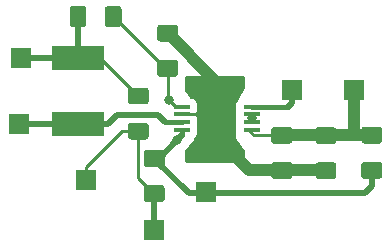
<source format=gbr>
G04 #@! TF.GenerationSoftware,KiCad,Pcbnew,(5.1.0)-1*
G04 #@! TF.CreationDate,2020-01-06T22:37:38-04:00*
G04 #@! TF.ProjectId,main,6d61696e-2e6b-4696-9361-645f70636258,rev?*
G04 #@! TF.SameCoordinates,Original*
G04 #@! TF.FileFunction,Copper,L1,Top*
G04 #@! TF.FilePolarity,Positive*
%FSLAX46Y46*%
G04 Gerber Fmt 4.6, Leading zero omitted, Abs format (unit mm)*
G04 Created by KiCad (PCBNEW (5.1.0)-1) date 2020-01-06 22:37:38*
%MOMM*%
%LPD*%
G04 APERTURE LIST*
%ADD10R,1.450000X0.450000*%
%ADD11C,0.100000*%
%ADD12C,1.425000*%
%ADD13R,1.700000X1.700000*%
%ADD14R,4.500000X2.000000*%
%ADD15C,0.800000*%
%ADD16C,0.250000*%
%ADD17C,0.500000*%
%ADD18C,1.000000*%
%ADD19C,0.400000*%
%ADD20C,0.254000*%
G04 APERTURE END LIST*
D10*
X143252400Y-76012400D03*
X143252400Y-76662400D03*
X143252400Y-77312400D03*
X143252400Y-77962400D03*
X149152400Y-77962400D03*
X149152400Y-77312400D03*
X149152400Y-76662400D03*
X149152400Y-76012400D03*
D11*
G36*
X140197104Y-74393304D02*
G01*
X140221373Y-74396904D01*
X140245171Y-74402865D01*
X140268271Y-74411130D01*
X140290449Y-74421620D01*
X140311493Y-74434233D01*
X140331198Y-74448847D01*
X140349377Y-74465323D01*
X140365853Y-74483502D01*
X140380467Y-74503207D01*
X140393080Y-74524251D01*
X140403570Y-74546429D01*
X140411835Y-74569529D01*
X140417796Y-74593327D01*
X140421396Y-74617596D01*
X140422600Y-74642100D01*
X140422600Y-75567100D01*
X140421396Y-75591604D01*
X140417796Y-75615873D01*
X140411835Y-75639671D01*
X140403570Y-75662771D01*
X140393080Y-75684949D01*
X140380467Y-75705993D01*
X140365853Y-75725698D01*
X140349377Y-75743877D01*
X140331198Y-75760353D01*
X140311493Y-75774967D01*
X140290449Y-75787580D01*
X140268271Y-75798070D01*
X140245171Y-75806335D01*
X140221373Y-75812296D01*
X140197104Y-75815896D01*
X140172600Y-75817100D01*
X138922600Y-75817100D01*
X138898096Y-75815896D01*
X138873827Y-75812296D01*
X138850029Y-75806335D01*
X138826929Y-75798070D01*
X138804751Y-75787580D01*
X138783707Y-75774967D01*
X138764002Y-75760353D01*
X138745823Y-75743877D01*
X138729347Y-75725698D01*
X138714733Y-75705993D01*
X138702120Y-75684949D01*
X138691630Y-75662771D01*
X138683365Y-75639671D01*
X138677404Y-75615873D01*
X138673804Y-75591604D01*
X138672600Y-75567100D01*
X138672600Y-74642100D01*
X138673804Y-74617596D01*
X138677404Y-74593327D01*
X138683365Y-74569529D01*
X138691630Y-74546429D01*
X138702120Y-74524251D01*
X138714733Y-74503207D01*
X138729347Y-74483502D01*
X138745823Y-74465323D01*
X138764002Y-74448847D01*
X138783707Y-74434233D01*
X138804751Y-74421620D01*
X138826929Y-74411130D01*
X138850029Y-74402865D01*
X138873827Y-74396904D01*
X138898096Y-74393304D01*
X138922600Y-74392100D01*
X140172600Y-74392100D01*
X140197104Y-74393304D01*
X140197104Y-74393304D01*
G37*
D12*
X139547600Y-75104600D03*
D11*
G36*
X140197104Y-77368304D02*
G01*
X140221373Y-77371904D01*
X140245171Y-77377865D01*
X140268271Y-77386130D01*
X140290449Y-77396620D01*
X140311493Y-77409233D01*
X140331198Y-77423847D01*
X140349377Y-77440323D01*
X140365853Y-77458502D01*
X140380467Y-77478207D01*
X140393080Y-77499251D01*
X140403570Y-77521429D01*
X140411835Y-77544529D01*
X140417796Y-77568327D01*
X140421396Y-77592596D01*
X140422600Y-77617100D01*
X140422600Y-78542100D01*
X140421396Y-78566604D01*
X140417796Y-78590873D01*
X140411835Y-78614671D01*
X140403570Y-78637771D01*
X140393080Y-78659949D01*
X140380467Y-78680993D01*
X140365853Y-78700698D01*
X140349377Y-78718877D01*
X140331198Y-78735353D01*
X140311493Y-78749967D01*
X140290449Y-78762580D01*
X140268271Y-78773070D01*
X140245171Y-78781335D01*
X140221373Y-78787296D01*
X140197104Y-78790896D01*
X140172600Y-78792100D01*
X138922600Y-78792100D01*
X138898096Y-78790896D01*
X138873827Y-78787296D01*
X138850029Y-78781335D01*
X138826929Y-78773070D01*
X138804751Y-78762580D01*
X138783707Y-78749967D01*
X138764002Y-78735353D01*
X138745823Y-78718877D01*
X138729347Y-78700698D01*
X138714733Y-78680993D01*
X138702120Y-78659949D01*
X138691630Y-78637771D01*
X138683365Y-78614671D01*
X138677404Y-78590873D01*
X138673804Y-78566604D01*
X138672600Y-78542100D01*
X138672600Y-77617100D01*
X138673804Y-77592596D01*
X138677404Y-77568327D01*
X138683365Y-77544529D01*
X138691630Y-77521429D01*
X138702120Y-77499251D01*
X138714733Y-77478207D01*
X138729347Y-77458502D01*
X138745823Y-77440323D01*
X138764002Y-77423847D01*
X138783707Y-77409233D01*
X138804751Y-77396620D01*
X138826929Y-77386130D01*
X138850029Y-77377865D01*
X138873827Y-77371904D01*
X138898096Y-77368304D01*
X138922600Y-77367100D01*
X140172600Y-77367100D01*
X140197104Y-77368304D01*
X140197104Y-77368304D01*
G37*
D12*
X139547600Y-78079600D03*
D11*
G36*
X142686304Y-69073604D02*
G01*
X142710573Y-69077204D01*
X142734371Y-69083165D01*
X142757471Y-69091430D01*
X142779649Y-69101920D01*
X142800693Y-69114533D01*
X142820398Y-69129147D01*
X142838577Y-69145623D01*
X142855053Y-69163802D01*
X142869667Y-69183507D01*
X142882280Y-69204551D01*
X142892770Y-69226729D01*
X142901035Y-69249829D01*
X142906996Y-69273627D01*
X142910596Y-69297896D01*
X142911800Y-69322400D01*
X142911800Y-70247400D01*
X142910596Y-70271904D01*
X142906996Y-70296173D01*
X142901035Y-70319971D01*
X142892770Y-70343071D01*
X142882280Y-70365249D01*
X142869667Y-70386293D01*
X142855053Y-70405998D01*
X142838577Y-70424177D01*
X142820398Y-70440653D01*
X142800693Y-70455267D01*
X142779649Y-70467880D01*
X142757471Y-70478370D01*
X142734371Y-70486635D01*
X142710573Y-70492596D01*
X142686304Y-70496196D01*
X142661800Y-70497400D01*
X141411800Y-70497400D01*
X141387296Y-70496196D01*
X141363027Y-70492596D01*
X141339229Y-70486635D01*
X141316129Y-70478370D01*
X141293951Y-70467880D01*
X141272907Y-70455267D01*
X141253202Y-70440653D01*
X141235023Y-70424177D01*
X141218547Y-70405998D01*
X141203933Y-70386293D01*
X141191320Y-70365249D01*
X141180830Y-70343071D01*
X141172565Y-70319971D01*
X141166604Y-70296173D01*
X141163004Y-70271904D01*
X141161800Y-70247400D01*
X141161800Y-69322400D01*
X141163004Y-69297896D01*
X141166604Y-69273627D01*
X141172565Y-69249829D01*
X141180830Y-69226729D01*
X141191320Y-69204551D01*
X141203933Y-69183507D01*
X141218547Y-69163802D01*
X141235023Y-69145623D01*
X141253202Y-69129147D01*
X141272907Y-69114533D01*
X141293951Y-69101920D01*
X141316129Y-69091430D01*
X141339229Y-69083165D01*
X141363027Y-69077204D01*
X141387296Y-69073604D01*
X141411800Y-69072400D01*
X142661800Y-69072400D01*
X142686304Y-69073604D01*
X142686304Y-69073604D01*
G37*
D12*
X142036800Y-69784900D03*
D11*
G36*
X142686304Y-72048604D02*
G01*
X142710573Y-72052204D01*
X142734371Y-72058165D01*
X142757471Y-72066430D01*
X142779649Y-72076920D01*
X142800693Y-72089533D01*
X142820398Y-72104147D01*
X142838577Y-72120623D01*
X142855053Y-72138802D01*
X142869667Y-72158507D01*
X142882280Y-72179551D01*
X142892770Y-72201729D01*
X142901035Y-72224829D01*
X142906996Y-72248627D01*
X142910596Y-72272896D01*
X142911800Y-72297400D01*
X142911800Y-73222400D01*
X142910596Y-73246904D01*
X142906996Y-73271173D01*
X142901035Y-73294971D01*
X142892770Y-73318071D01*
X142882280Y-73340249D01*
X142869667Y-73361293D01*
X142855053Y-73380998D01*
X142838577Y-73399177D01*
X142820398Y-73415653D01*
X142800693Y-73430267D01*
X142779649Y-73442880D01*
X142757471Y-73453370D01*
X142734371Y-73461635D01*
X142710573Y-73467596D01*
X142686304Y-73471196D01*
X142661800Y-73472400D01*
X141411800Y-73472400D01*
X141387296Y-73471196D01*
X141363027Y-73467596D01*
X141339229Y-73461635D01*
X141316129Y-73453370D01*
X141293951Y-73442880D01*
X141272907Y-73430267D01*
X141253202Y-73415653D01*
X141235023Y-73399177D01*
X141218547Y-73380998D01*
X141203933Y-73361293D01*
X141191320Y-73340249D01*
X141180830Y-73318071D01*
X141172565Y-73294971D01*
X141166604Y-73271173D01*
X141163004Y-73246904D01*
X141161800Y-73222400D01*
X141161800Y-72297400D01*
X141163004Y-72272896D01*
X141166604Y-72248627D01*
X141172565Y-72224829D01*
X141180830Y-72201729D01*
X141191320Y-72179551D01*
X141203933Y-72158507D01*
X141218547Y-72138802D01*
X141235023Y-72120623D01*
X141253202Y-72104147D01*
X141272907Y-72089533D01*
X141293951Y-72076920D01*
X141316129Y-72066430D01*
X141339229Y-72058165D01*
X141363027Y-72052204D01*
X141387296Y-72048604D01*
X141411800Y-72047400D01*
X142661800Y-72047400D01*
X142686304Y-72048604D01*
X142686304Y-72048604D01*
G37*
D12*
X142036800Y-72759900D03*
D11*
G36*
X152351004Y-80695704D02*
G01*
X152375273Y-80699304D01*
X152399071Y-80705265D01*
X152422171Y-80713530D01*
X152444349Y-80724020D01*
X152465393Y-80736633D01*
X152485098Y-80751247D01*
X152503277Y-80767723D01*
X152519753Y-80785902D01*
X152534367Y-80805607D01*
X152546980Y-80826651D01*
X152557470Y-80848829D01*
X152565735Y-80871929D01*
X152571696Y-80895727D01*
X152575296Y-80919996D01*
X152576500Y-80944500D01*
X152576500Y-81869500D01*
X152575296Y-81894004D01*
X152571696Y-81918273D01*
X152565735Y-81942071D01*
X152557470Y-81965171D01*
X152546980Y-81987349D01*
X152534367Y-82008393D01*
X152519753Y-82028098D01*
X152503277Y-82046277D01*
X152485098Y-82062753D01*
X152465393Y-82077367D01*
X152444349Y-82089980D01*
X152422171Y-82100470D01*
X152399071Y-82108735D01*
X152375273Y-82114696D01*
X152351004Y-82118296D01*
X152326500Y-82119500D01*
X151076500Y-82119500D01*
X151051996Y-82118296D01*
X151027727Y-82114696D01*
X151003929Y-82108735D01*
X150980829Y-82100470D01*
X150958651Y-82089980D01*
X150937607Y-82077367D01*
X150917902Y-82062753D01*
X150899723Y-82046277D01*
X150883247Y-82028098D01*
X150868633Y-82008393D01*
X150856020Y-81987349D01*
X150845530Y-81965171D01*
X150837265Y-81942071D01*
X150831304Y-81918273D01*
X150827704Y-81894004D01*
X150826500Y-81869500D01*
X150826500Y-80944500D01*
X150827704Y-80919996D01*
X150831304Y-80895727D01*
X150837265Y-80871929D01*
X150845530Y-80848829D01*
X150856020Y-80826651D01*
X150868633Y-80805607D01*
X150883247Y-80785902D01*
X150899723Y-80767723D01*
X150917902Y-80751247D01*
X150937607Y-80736633D01*
X150958651Y-80724020D01*
X150980829Y-80713530D01*
X151003929Y-80705265D01*
X151027727Y-80699304D01*
X151051996Y-80695704D01*
X151076500Y-80694500D01*
X152326500Y-80694500D01*
X152351004Y-80695704D01*
X152351004Y-80695704D01*
G37*
D12*
X151701500Y-81407000D03*
D11*
G36*
X152351004Y-77720704D02*
G01*
X152375273Y-77724304D01*
X152399071Y-77730265D01*
X152422171Y-77738530D01*
X152444349Y-77749020D01*
X152465393Y-77761633D01*
X152485098Y-77776247D01*
X152503277Y-77792723D01*
X152519753Y-77810902D01*
X152534367Y-77830607D01*
X152546980Y-77851651D01*
X152557470Y-77873829D01*
X152565735Y-77896929D01*
X152571696Y-77920727D01*
X152575296Y-77944996D01*
X152576500Y-77969500D01*
X152576500Y-78894500D01*
X152575296Y-78919004D01*
X152571696Y-78943273D01*
X152565735Y-78967071D01*
X152557470Y-78990171D01*
X152546980Y-79012349D01*
X152534367Y-79033393D01*
X152519753Y-79053098D01*
X152503277Y-79071277D01*
X152485098Y-79087753D01*
X152465393Y-79102367D01*
X152444349Y-79114980D01*
X152422171Y-79125470D01*
X152399071Y-79133735D01*
X152375273Y-79139696D01*
X152351004Y-79143296D01*
X152326500Y-79144500D01*
X151076500Y-79144500D01*
X151051996Y-79143296D01*
X151027727Y-79139696D01*
X151003929Y-79133735D01*
X150980829Y-79125470D01*
X150958651Y-79114980D01*
X150937607Y-79102367D01*
X150917902Y-79087753D01*
X150899723Y-79071277D01*
X150883247Y-79053098D01*
X150868633Y-79033393D01*
X150856020Y-79012349D01*
X150845530Y-78990171D01*
X150837265Y-78967071D01*
X150831304Y-78943273D01*
X150827704Y-78919004D01*
X150826500Y-78894500D01*
X150826500Y-77969500D01*
X150827704Y-77944996D01*
X150831304Y-77920727D01*
X150837265Y-77896929D01*
X150845530Y-77873829D01*
X150856020Y-77851651D01*
X150868633Y-77830607D01*
X150883247Y-77810902D01*
X150899723Y-77792723D01*
X150917902Y-77776247D01*
X150937607Y-77761633D01*
X150958651Y-77749020D01*
X150980829Y-77738530D01*
X151003929Y-77730265D01*
X151027727Y-77724304D01*
X151051996Y-77720704D01*
X151076500Y-77719500D01*
X152326500Y-77719500D01*
X152351004Y-77720704D01*
X152351004Y-77720704D01*
G37*
D12*
X151701500Y-78432000D03*
D11*
G36*
X141556004Y-79689204D02*
G01*
X141580273Y-79692804D01*
X141604071Y-79698765D01*
X141627171Y-79707030D01*
X141649349Y-79717520D01*
X141670393Y-79730133D01*
X141690098Y-79744747D01*
X141708277Y-79761223D01*
X141724753Y-79779402D01*
X141739367Y-79799107D01*
X141751980Y-79820151D01*
X141762470Y-79842329D01*
X141770735Y-79865429D01*
X141776696Y-79889227D01*
X141780296Y-79913496D01*
X141781500Y-79938000D01*
X141781500Y-80863000D01*
X141780296Y-80887504D01*
X141776696Y-80911773D01*
X141770735Y-80935571D01*
X141762470Y-80958671D01*
X141751980Y-80980849D01*
X141739367Y-81001893D01*
X141724753Y-81021598D01*
X141708277Y-81039777D01*
X141690098Y-81056253D01*
X141670393Y-81070867D01*
X141649349Y-81083480D01*
X141627171Y-81093970D01*
X141604071Y-81102235D01*
X141580273Y-81108196D01*
X141556004Y-81111796D01*
X141531500Y-81113000D01*
X140281500Y-81113000D01*
X140256996Y-81111796D01*
X140232727Y-81108196D01*
X140208929Y-81102235D01*
X140185829Y-81093970D01*
X140163651Y-81083480D01*
X140142607Y-81070867D01*
X140122902Y-81056253D01*
X140104723Y-81039777D01*
X140088247Y-81021598D01*
X140073633Y-81001893D01*
X140061020Y-80980849D01*
X140050530Y-80958671D01*
X140042265Y-80935571D01*
X140036304Y-80911773D01*
X140032704Y-80887504D01*
X140031500Y-80863000D01*
X140031500Y-79938000D01*
X140032704Y-79913496D01*
X140036304Y-79889227D01*
X140042265Y-79865429D01*
X140050530Y-79842329D01*
X140061020Y-79820151D01*
X140073633Y-79799107D01*
X140088247Y-79779402D01*
X140104723Y-79761223D01*
X140122902Y-79744747D01*
X140142607Y-79730133D01*
X140163651Y-79717520D01*
X140185829Y-79707030D01*
X140208929Y-79698765D01*
X140232727Y-79692804D01*
X140256996Y-79689204D01*
X140281500Y-79688000D01*
X141531500Y-79688000D01*
X141556004Y-79689204D01*
X141556004Y-79689204D01*
G37*
D12*
X140906500Y-80400500D03*
D11*
G36*
X141556004Y-82664204D02*
G01*
X141580273Y-82667804D01*
X141604071Y-82673765D01*
X141627171Y-82682030D01*
X141649349Y-82692520D01*
X141670393Y-82705133D01*
X141690098Y-82719747D01*
X141708277Y-82736223D01*
X141724753Y-82754402D01*
X141739367Y-82774107D01*
X141751980Y-82795151D01*
X141762470Y-82817329D01*
X141770735Y-82840429D01*
X141776696Y-82864227D01*
X141780296Y-82888496D01*
X141781500Y-82913000D01*
X141781500Y-83838000D01*
X141780296Y-83862504D01*
X141776696Y-83886773D01*
X141770735Y-83910571D01*
X141762470Y-83933671D01*
X141751980Y-83955849D01*
X141739367Y-83976893D01*
X141724753Y-83996598D01*
X141708277Y-84014777D01*
X141690098Y-84031253D01*
X141670393Y-84045867D01*
X141649349Y-84058480D01*
X141627171Y-84068970D01*
X141604071Y-84077235D01*
X141580273Y-84083196D01*
X141556004Y-84086796D01*
X141531500Y-84088000D01*
X140281500Y-84088000D01*
X140256996Y-84086796D01*
X140232727Y-84083196D01*
X140208929Y-84077235D01*
X140185829Y-84068970D01*
X140163651Y-84058480D01*
X140142607Y-84045867D01*
X140122902Y-84031253D01*
X140104723Y-84014777D01*
X140088247Y-83996598D01*
X140073633Y-83976893D01*
X140061020Y-83955849D01*
X140050530Y-83933671D01*
X140042265Y-83910571D01*
X140036304Y-83886773D01*
X140032704Y-83862504D01*
X140031500Y-83838000D01*
X140031500Y-82913000D01*
X140032704Y-82888496D01*
X140036304Y-82864227D01*
X140042265Y-82840429D01*
X140050530Y-82817329D01*
X140061020Y-82795151D01*
X140073633Y-82774107D01*
X140088247Y-82754402D01*
X140104723Y-82736223D01*
X140122902Y-82719747D01*
X140142607Y-82705133D01*
X140163651Y-82692520D01*
X140185829Y-82682030D01*
X140208929Y-82673765D01*
X140232727Y-82667804D01*
X140256996Y-82664204D01*
X140281500Y-82663000D01*
X141531500Y-82663000D01*
X141556004Y-82664204D01*
X141556004Y-82664204D01*
G37*
D12*
X140906500Y-83375500D03*
D13*
X129590800Y-71882000D03*
X135128000Y-82194400D03*
D14*
X134467600Y-71882000D03*
X134467600Y-77482000D03*
D13*
X129489200Y-77470000D03*
X152552400Y-74574400D03*
X145288000Y-83210400D03*
X140919200Y-86461600D03*
D11*
G36*
X137915304Y-67503004D02*
G01*
X137939573Y-67506604D01*
X137963371Y-67512565D01*
X137986471Y-67520830D01*
X138008649Y-67531320D01*
X138029693Y-67543933D01*
X138049398Y-67558547D01*
X138067577Y-67575023D01*
X138084053Y-67593202D01*
X138098667Y-67612907D01*
X138111280Y-67633951D01*
X138121770Y-67656129D01*
X138130035Y-67679229D01*
X138135996Y-67703027D01*
X138139596Y-67727296D01*
X138140800Y-67751800D01*
X138140800Y-69001800D01*
X138139596Y-69026304D01*
X138135996Y-69050573D01*
X138130035Y-69074371D01*
X138121770Y-69097471D01*
X138111280Y-69119649D01*
X138098667Y-69140693D01*
X138084053Y-69160398D01*
X138067577Y-69178577D01*
X138049398Y-69195053D01*
X138029693Y-69209667D01*
X138008649Y-69222280D01*
X137986471Y-69232770D01*
X137963371Y-69241035D01*
X137939573Y-69246996D01*
X137915304Y-69250596D01*
X137890800Y-69251800D01*
X136965800Y-69251800D01*
X136941296Y-69250596D01*
X136917027Y-69246996D01*
X136893229Y-69241035D01*
X136870129Y-69232770D01*
X136847951Y-69222280D01*
X136826907Y-69209667D01*
X136807202Y-69195053D01*
X136789023Y-69178577D01*
X136772547Y-69160398D01*
X136757933Y-69140693D01*
X136745320Y-69119649D01*
X136734830Y-69097471D01*
X136726565Y-69074371D01*
X136720604Y-69050573D01*
X136717004Y-69026304D01*
X136715800Y-69001800D01*
X136715800Y-67751800D01*
X136717004Y-67727296D01*
X136720604Y-67703027D01*
X136726565Y-67679229D01*
X136734830Y-67656129D01*
X136745320Y-67633951D01*
X136757933Y-67612907D01*
X136772547Y-67593202D01*
X136789023Y-67575023D01*
X136807202Y-67558547D01*
X136826907Y-67543933D01*
X136847951Y-67531320D01*
X136870129Y-67520830D01*
X136893229Y-67512565D01*
X136917027Y-67506604D01*
X136941296Y-67503004D01*
X136965800Y-67501800D01*
X137890800Y-67501800D01*
X137915304Y-67503004D01*
X137915304Y-67503004D01*
G37*
D12*
X137428300Y-68376800D03*
D11*
G36*
X134940304Y-67503004D02*
G01*
X134964573Y-67506604D01*
X134988371Y-67512565D01*
X135011471Y-67520830D01*
X135033649Y-67531320D01*
X135054693Y-67543933D01*
X135074398Y-67558547D01*
X135092577Y-67575023D01*
X135109053Y-67593202D01*
X135123667Y-67612907D01*
X135136280Y-67633951D01*
X135146770Y-67656129D01*
X135155035Y-67679229D01*
X135160996Y-67703027D01*
X135164596Y-67727296D01*
X135165800Y-67751800D01*
X135165800Y-69001800D01*
X135164596Y-69026304D01*
X135160996Y-69050573D01*
X135155035Y-69074371D01*
X135146770Y-69097471D01*
X135136280Y-69119649D01*
X135123667Y-69140693D01*
X135109053Y-69160398D01*
X135092577Y-69178577D01*
X135074398Y-69195053D01*
X135054693Y-69209667D01*
X135033649Y-69222280D01*
X135011471Y-69232770D01*
X134988371Y-69241035D01*
X134964573Y-69246996D01*
X134940304Y-69250596D01*
X134915800Y-69251800D01*
X133990800Y-69251800D01*
X133966296Y-69250596D01*
X133942027Y-69246996D01*
X133918229Y-69241035D01*
X133895129Y-69232770D01*
X133872951Y-69222280D01*
X133851907Y-69209667D01*
X133832202Y-69195053D01*
X133814023Y-69178577D01*
X133797547Y-69160398D01*
X133782933Y-69140693D01*
X133770320Y-69119649D01*
X133759830Y-69097471D01*
X133751565Y-69074371D01*
X133745604Y-69050573D01*
X133742004Y-69026304D01*
X133740800Y-69001800D01*
X133740800Y-67751800D01*
X133742004Y-67727296D01*
X133745604Y-67703027D01*
X133751565Y-67679229D01*
X133759830Y-67656129D01*
X133770320Y-67633951D01*
X133782933Y-67612907D01*
X133797547Y-67593202D01*
X133814023Y-67575023D01*
X133832202Y-67558547D01*
X133851907Y-67543933D01*
X133872951Y-67531320D01*
X133895129Y-67520830D01*
X133918229Y-67512565D01*
X133942027Y-67506604D01*
X133966296Y-67503004D01*
X133990800Y-67501800D01*
X134915800Y-67501800D01*
X134940304Y-67503004D01*
X134940304Y-67503004D01*
G37*
D12*
X134453300Y-68376800D03*
D11*
G36*
X159971004Y-80686204D02*
G01*
X159995273Y-80689804D01*
X160019071Y-80695765D01*
X160042171Y-80704030D01*
X160064349Y-80714520D01*
X160085393Y-80727133D01*
X160105098Y-80741747D01*
X160123277Y-80758223D01*
X160139753Y-80776402D01*
X160154367Y-80796107D01*
X160166980Y-80817151D01*
X160177470Y-80839329D01*
X160185735Y-80862429D01*
X160191696Y-80886227D01*
X160195296Y-80910496D01*
X160196500Y-80935000D01*
X160196500Y-81860000D01*
X160195296Y-81884504D01*
X160191696Y-81908773D01*
X160185735Y-81932571D01*
X160177470Y-81955671D01*
X160166980Y-81977849D01*
X160154367Y-81998893D01*
X160139753Y-82018598D01*
X160123277Y-82036777D01*
X160105098Y-82053253D01*
X160085393Y-82067867D01*
X160064349Y-82080480D01*
X160042171Y-82090970D01*
X160019071Y-82099235D01*
X159995273Y-82105196D01*
X159971004Y-82108796D01*
X159946500Y-82110000D01*
X158696500Y-82110000D01*
X158671996Y-82108796D01*
X158647727Y-82105196D01*
X158623929Y-82099235D01*
X158600829Y-82090970D01*
X158578651Y-82080480D01*
X158557607Y-82067867D01*
X158537902Y-82053253D01*
X158519723Y-82036777D01*
X158503247Y-82018598D01*
X158488633Y-81998893D01*
X158476020Y-81977849D01*
X158465530Y-81955671D01*
X158457265Y-81932571D01*
X158451304Y-81908773D01*
X158447704Y-81884504D01*
X158446500Y-81860000D01*
X158446500Y-80935000D01*
X158447704Y-80910496D01*
X158451304Y-80886227D01*
X158457265Y-80862429D01*
X158465530Y-80839329D01*
X158476020Y-80817151D01*
X158488633Y-80796107D01*
X158503247Y-80776402D01*
X158519723Y-80758223D01*
X158537902Y-80741747D01*
X158557607Y-80727133D01*
X158578651Y-80714520D01*
X158600829Y-80704030D01*
X158623929Y-80695765D01*
X158647727Y-80689804D01*
X158671996Y-80686204D01*
X158696500Y-80685000D01*
X159946500Y-80685000D01*
X159971004Y-80686204D01*
X159971004Y-80686204D01*
G37*
D12*
X159321500Y-81397500D03*
D11*
G36*
X159971004Y-77711204D02*
G01*
X159995273Y-77714804D01*
X160019071Y-77720765D01*
X160042171Y-77729030D01*
X160064349Y-77739520D01*
X160085393Y-77752133D01*
X160105098Y-77766747D01*
X160123277Y-77783223D01*
X160139753Y-77801402D01*
X160154367Y-77821107D01*
X160166980Y-77842151D01*
X160177470Y-77864329D01*
X160185735Y-77887429D01*
X160191696Y-77911227D01*
X160195296Y-77935496D01*
X160196500Y-77960000D01*
X160196500Y-78885000D01*
X160195296Y-78909504D01*
X160191696Y-78933773D01*
X160185735Y-78957571D01*
X160177470Y-78980671D01*
X160166980Y-79002849D01*
X160154367Y-79023893D01*
X160139753Y-79043598D01*
X160123277Y-79061777D01*
X160105098Y-79078253D01*
X160085393Y-79092867D01*
X160064349Y-79105480D01*
X160042171Y-79115970D01*
X160019071Y-79124235D01*
X159995273Y-79130196D01*
X159971004Y-79133796D01*
X159946500Y-79135000D01*
X158696500Y-79135000D01*
X158671996Y-79133796D01*
X158647727Y-79130196D01*
X158623929Y-79124235D01*
X158600829Y-79115970D01*
X158578651Y-79105480D01*
X158557607Y-79092867D01*
X158537902Y-79078253D01*
X158519723Y-79061777D01*
X158503247Y-79043598D01*
X158488633Y-79023893D01*
X158476020Y-79002849D01*
X158465530Y-78980671D01*
X158457265Y-78957571D01*
X158451304Y-78933773D01*
X158447704Y-78909504D01*
X158446500Y-78885000D01*
X158446500Y-77960000D01*
X158447704Y-77935496D01*
X158451304Y-77911227D01*
X158457265Y-77887429D01*
X158465530Y-77864329D01*
X158476020Y-77842151D01*
X158488633Y-77821107D01*
X158503247Y-77801402D01*
X158519723Y-77783223D01*
X158537902Y-77766747D01*
X158557607Y-77752133D01*
X158578651Y-77739520D01*
X158600829Y-77729030D01*
X158623929Y-77720765D01*
X158647727Y-77714804D01*
X158671996Y-77711204D01*
X158696500Y-77710000D01*
X159946500Y-77710000D01*
X159971004Y-77711204D01*
X159971004Y-77711204D01*
G37*
D12*
X159321500Y-78422500D03*
D11*
G36*
X156097504Y-80722704D02*
G01*
X156121773Y-80726304D01*
X156145571Y-80732265D01*
X156168671Y-80740530D01*
X156190849Y-80751020D01*
X156211893Y-80763633D01*
X156231598Y-80778247D01*
X156249777Y-80794723D01*
X156266253Y-80812902D01*
X156280867Y-80832607D01*
X156293480Y-80853651D01*
X156303970Y-80875829D01*
X156312235Y-80898929D01*
X156318196Y-80922727D01*
X156321796Y-80946996D01*
X156323000Y-80971500D01*
X156323000Y-81896500D01*
X156321796Y-81921004D01*
X156318196Y-81945273D01*
X156312235Y-81969071D01*
X156303970Y-81992171D01*
X156293480Y-82014349D01*
X156280867Y-82035393D01*
X156266253Y-82055098D01*
X156249777Y-82073277D01*
X156231598Y-82089753D01*
X156211893Y-82104367D01*
X156190849Y-82116980D01*
X156168671Y-82127470D01*
X156145571Y-82135735D01*
X156121773Y-82141696D01*
X156097504Y-82145296D01*
X156073000Y-82146500D01*
X154823000Y-82146500D01*
X154798496Y-82145296D01*
X154774227Y-82141696D01*
X154750429Y-82135735D01*
X154727329Y-82127470D01*
X154705151Y-82116980D01*
X154684107Y-82104367D01*
X154664402Y-82089753D01*
X154646223Y-82073277D01*
X154629747Y-82055098D01*
X154615133Y-82035393D01*
X154602520Y-82014349D01*
X154592030Y-81992171D01*
X154583765Y-81969071D01*
X154577804Y-81945273D01*
X154574204Y-81921004D01*
X154573000Y-81896500D01*
X154573000Y-80971500D01*
X154574204Y-80946996D01*
X154577804Y-80922727D01*
X154583765Y-80898929D01*
X154592030Y-80875829D01*
X154602520Y-80853651D01*
X154615133Y-80832607D01*
X154629747Y-80812902D01*
X154646223Y-80794723D01*
X154664402Y-80778247D01*
X154684107Y-80763633D01*
X154705151Y-80751020D01*
X154727329Y-80740530D01*
X154750429Y-80732265D01*
X154774227Y-80726304D01*
X154798496Y-80722704D01*
X154823000Y-80721500D01*
X156073000Y-80721500D01*
X156097504Y-80722704D01*
X156097504Y-80722704D01*
G37*
D12*
X155448000Y-81434000D03*
D11*
G36*
X156097504Y-77747704D02*
G01*
X156121773Y-77751304D01*
X156145571Y-77757265D01*
X156168671Y-77765530D01*
X156190849Y-77776020D01*
X156211893Y-77788633D01*
X156231598Y-77803247D01*
X156249777Y-77819723D01*
X156266253Y-77837902D01*
X156280867Y-77857607D01*
X156293480Y-77878651D01*
X156303970Y-77900829D01*
X156312235Y-77923929D01*
X156318196Y-77947727D01*
X156321796Y-77971996D01*
X156323000Y-77996500D01*
X156323000Y-78921500D01*
X156321796Y-78946004D01*
X156318196Y-78970273D01*
X156312235Y-78994071D01*
X156303970Y-79017171D01*
X156293480Y-79039349D01*
X156280867Y-79060393D01*
X156266253Y-79080098D01*
X156249777Y-79098277D01*
X156231598Y-79114753D01*
X156211893Y-79129367D01*
X156190849Y-79141980D01*
X156168671Y-79152470D01*
X156145571Y-79160735D01*
X156121773Y-79166696D01*
X156097504Y-79170296D01*
X156073000Y-79171500D01*
X154823000Y-79171500D01*
X154798496Y-79170296D01*
X154774227Y-79166696D01*
X154750429Y-79160735D01*
X154727329Y-79152470D01*
X154705151Y-79141980D01*
X154684107Y-79129367D01*
X154664402Y-79114753D01*
X154646223Y-79098277D01*
X154629747Y-79080098D01*
X154615133Y-79060393D01*
X154602520Y-79039349D01*
X154592030Y-79017171D01*
X154583765Y-78994071D01*
X154577804Y-78970273D01*
X154574204Y-78946004D01*
X154573000Y-78921500D01*
X154573000Y-77996500D01*
X154574204Y-77971996D01*
X154577804Y-77947727D01*
X154583765Y-77923929D01*
X154592030Y-77900829D01*
X154602520Y-77878651D01*
X154615133Y-77857607D01*
X154629747Y-77837902D01*
X154646223Y-77819723D01*
X154664402Y-77803247D01*
X154684107Y-77788633D01*
X154705151Y-77776020D01*
X154727329Y-77765530D01*
X154750429Y-77757265D01*
X154774227Y-77751304D01*
X154798496Y-77747704D01*
X154823000Y-77746500D01*
X156073000Y-77746500D01*
X156097504Y-77747704D01*
X156097504Y-77747704D01*
G37*
D12*
X155448000Y-78459000D03*
D13*
X157835600Y-74625200D03*
D15*
X146558000Y-75438000D03*
X145288000Y-75438000D03*
X145237200Y-73914000D03*
X146558000Y-73914000D03*
X145389600Y-79603600D03*
X146659600Y-79603600D03*
X147828000Y-80264000D03*
X144018000Y-73914000D03*
X147828000Y-73914000D03*
X144272000Y-80124300D03*
X142183600Y-75443600D03*
X142848900Y-78840900D03*
X149152400Y-77009200D03*
D16*
X134467600Y-68391100D02*
X134453300Y-68376800D01*
D17*
X134467600Y-71882000D02*
X134467600Y-68391100D01*
D16*
X138776253Y-74333253D02*
X139547600Y-75104600D01*
X136325000Y-71882000D02*
X138776253Y-74333253D01*
X134467600Y-71882000D02*
X136325000Y-71882000D01*
D17*
X134467600Y-71882000D02*
X129590800Y-71882000D01*
D16*
X155421000Y-81407000D02*
X155448000Y-81434000D01*
D18*
X151701500Y-81407000D02*
X155421000Y-81407000D01*
X148971000Y-81407000D02*
X147510500Y-79946500D01*
X151701500Y-81407000D02*
X148971000Y-81407000D01*
D16*
X139547600Y-82016600D02*
X140906500Y-83375500D01*
X139547600Y-78079600D02*
X139547600Y-82016600D01*
D18*
X142036800Y-69784900D02*
X145897600Y-73645700D01*
D16*
X143252400Y-76662400D02*
X144227400Y-76662400D01*
X144227400Y-76662400D02*
X144825600Y-76662400D01*
X138572600Y-78079600D02*
X139547600Y-78079600D01*
X138142800Y-78079600D02*
X138572600Y-78079600D01*
X135128000Y-81094400D02*
X138142800Y-78079600D01*
X135128000Y-82194400D02*
X135128000Y-81094400D01*
X140906500Y-86448900D02*
X140919200Y-86461600D01*
D17*
X140906500Y-83375500D02*
X140906500Y-86448900D01*
D16*
X142752400Y-76012400D02*
X143252400Y-76012400D01*
X142036800Y-75296800D02*
X142183600Y-75443600D01*
X142036800Y-72759900D02*
X142036800Y-75296800D01*
X141811400Y-72759900D02*
X142036800Y-72759900D01*
X137428300Y-68376800D02*
X141811400Y-72759900D01*
X142183600Y-75443600D02*
X142752400Y-76012400D01*
D17*
X152552400Y-75674400D02*
X152552400Y-74574400D01*
X152214400Y-76012400D02*
X152552400Y-75674400D01*
D19*
X149152400Y-76012400D02*
X152214400Y-76012400D01*
D16*
X159312000Y-78576500D02*
X159258000Y-78522500D01*
X159231000Y-78495500D02*
X159258000Y-78522500D01*
X159312000Y-78432000D02*
X159321500Y-78422500D01*
X149317200Y-78432000D02*
X149000000Y-78114800D01*
X151701500Y-78432000D02*
X149317200Y-78432000D01*
X157835600Y-78333600D02*
X157934000Y-78432000D01*
D18*
X157835600Y-74625200D02*
X157835600Y-78333600D01*
X151701500Y-78432000D02*
X157934000Y-78432000D01*
X157934000Y-78432000D02*
X159312000Y-78432000D01*
D16*
X141289300Y-80400500D02*
X140906500Y-80400500D01*
D17*
X143252400Y-78437400D02*
X143026700Y-78663100D01*
X143026700Y-78663100D02*
X142848900Y-78840900D01*
D16*
X149152400Y-77009200D02*
X149152400Y-77009200D01*
D19*
X143252400Y-78437400D02*
X143252400Y-77962400D01*
D17*
X143818000Y-83312000D02*
X140906500Y-80400500D01*
X158750000Y-83312000D02*
X143818000Y-83312000D01*
X159321500Y-81397500D02*
X159321500Y-82740500D01*
X159321500Y-82740500D02*
X158750000Y-83312000D01*
X142848900Y-78840900D02*
X141289300Y-80400500D01*
D16*
X149152400Y-77009200D02*
X149152400Y-76662400D01*
X149152400Y-77009200D02*
X149152400Y-77312400D01*
D17*
X136967600Y-77482000D02*
X137769600Y-76680000D01*
X134467600Y-77482000D02*
X136967600Y-77482000D01*
X137769600Y-76680000D02*
X141196000Y-76680000D01*
D19*
X141828400Y-77312400D02*
X143252400Y-77312400D01*
D17*
X141196000Y-76680000D02*
X141452600Y-76936600D01*
X141452600Y-76936600D02*
X141828400Y-77312400D01*
D16*
X129501200Y-77482000D02*
X129489200Y-77470000D01*
D17*
X134467600Y-77482000D02*
X129501200Y-77482000D01*
D20*
G36*
X148463000Y-74386822D02*
G01*
X147719098Y-75626659D01*
X147708444Y-75649160D01*
X147702383Y-75673308D01*
X147701000Y-75692000D01*
X147701000Y-78740000D01*
X147703440Y-78764776D01*
X147710667Y-78788601D01*
X147726400Y-78816200D01*
X148463000Y-79798333D01*
X148463000Y-80645000D01*
X143637000Y-80645000D01*
X143637000Y-79798333D01*
X144373600Y-78816200D01*
X144386514Y-78794915D01*
X144395027Y-78771519D01*
X144399000Y-78740000D01*
X144399000Y-78662865D01*
X144428585Y-78638585D01*
X144507937Y-78541894D01*
X144566902Y-78431580D01*
X144603212Y-78311882D01*
X144615472Y-78187400D01*
X144615472Y-77737400D01*
X144605623Y-77637400D01*
X144615472Y-77537400D01*
X144615472Y-77087400D01*
X144605305Y-76984173D01*
X144612400Y-76919150D01*
X144580153Y-76886903D01*
X144566902Y-76843220D01*
X144507937Y-76732906D01*
X144450074Y-76662400D01*
X144507937Y-76591894D01*
X144566902Y-76481580D01*
X144580153Y-76437897D01*
X144612400Y-76405650D01*
X144605305Y-76340627D01*
X144615472Y-76237400D01*
X144615472Y-75787400D01*
X144603212Y-75662918D01*
X144566902Y-75543220D01*
X144507937Y-75432906D01*
X144428585Y-75336215D01*
X144331894Y-75256863D01*
X144221580Y-75197898D01*
X144101882Y-75161588D01*
X144027442Y-75154257D01*
X143637000Y-74633667D01*
X143637000Y-73533000D01*
X148463000Y-73533000D01*
X148463000Y-74386822D01*
X148463000Y-74386822D01*
G37*
X148463000Y-74386822D02*
X147719098Y-75626659D01*
X147708444Y-75649160D01*
X147702383Y-75673308D01*
X147701000Y-75692000D01*
X147701000Y-78740000D01*
X147703440Y-78764776D01*
X147710667Y-78788601D01*
X147726400Y-78816200D01*
X148463000Y-79798333D01*
X148463000Y-80645000D01*
X143637000Y-80645000D01*
X143637000Y-79798333D01*
X144373600Y-78816200D01*
X144386514Y-78794915D01*
X144395027Y-78771519D01*
X144399000Y-78740000D01*
X144399000Y-78662865D01*
X144428585Y-78638585D01*
X144507937Y-78541894D01*
X144566902Y-78431580D01*
X144603212Y-78311882D01*
X144615472Y-78187400D01*
X144615472Y-77737400D01*
X144605623Y-77637400D01*
X144615472Y-77537400D01*
X144615472Y-77087400D01*
X144605305Y-76984173D01*
X144612400Y-76919150D01*
X144580153Y-76886903D01*
X144566902Y-76843220D01*
X144507937Y-76732906D01*
X144450074Y-76662400D01*
X144507937Y-76591894D01*
X144566902Y-76481580D01*
X144580153Y-76437897D01*
X144612400Y-76405650D01*
X144605305Y-76340627D01*
X144615472Y-76237400D01*
X144615472Y-75787400D01*
X144603212Y-75662918D01*
X144566902Y-75543220D01*
X144507937Y-75432906D01*
X144428585Y-75336215D01*
X144331894Y-75256863D01*
X144221580Y-75197898D01*
X144101882Y-75161588D01*
X144027442Y-75154257D01*
X143637000Y-74633667D01*
X143637000Y-73533000D01*
X148463000Y-73533000D01*
X148463000Y-74386822D01*
M02*

</source>
